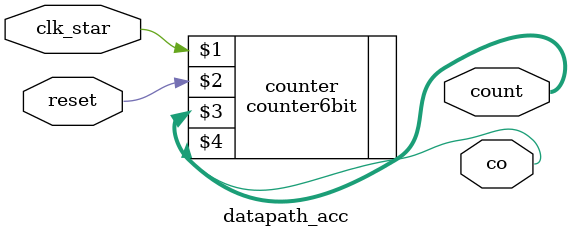
<source format=v>
module datapath_acc(clk_star,reset,count,co);
    input clk_star , reset;
    output co;
    output  [5:0] count;

    counter6bit counter (clk_star,reset,count,co);
endmodule

</source>
